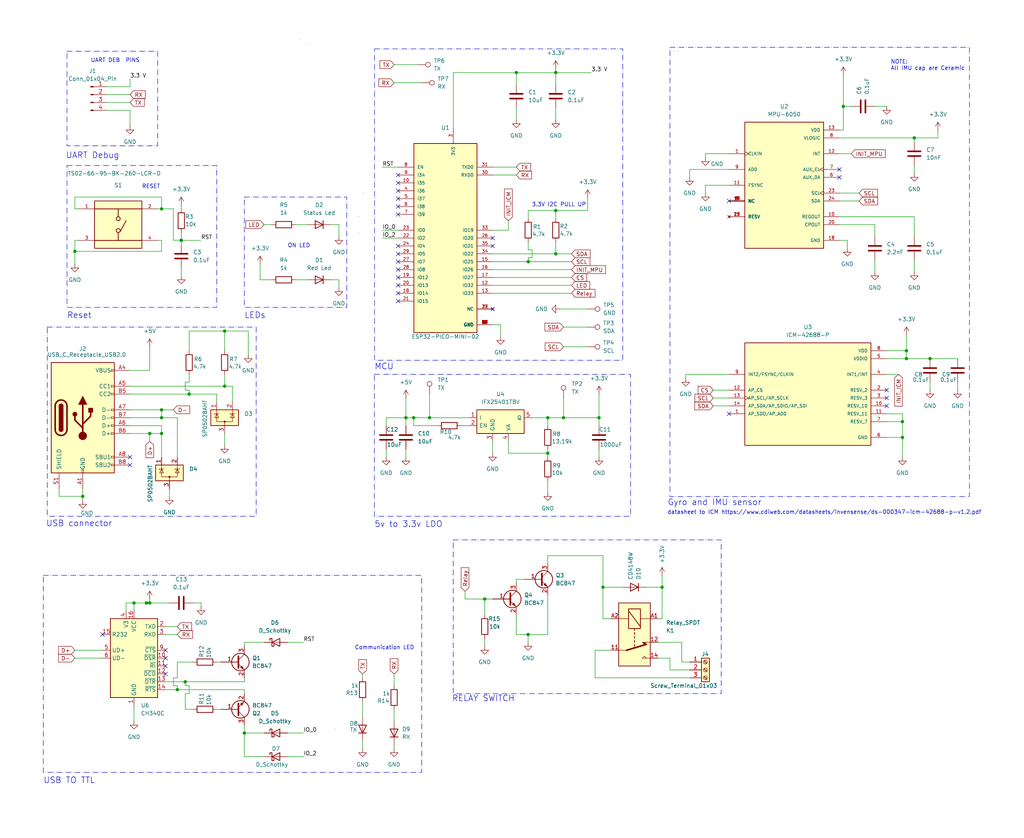
<source format=kicad_sch>
(kicad_sch (version 20230121) (generator eeschema)
  (paper "User" 329.997 270.002)
  (lib_symbols
    (symbol "Connector:Conn_01x04_Pin" (pin_names (offset 1.016) hide)
      (property "Reference" "J" (at 0 5.08 0))
      (property "Value" "Conn_01x04_Pin" (at 0 -7.62 0))
      (symbol "Conn_01x04_Pin_1_1"
        (pin passive line (at 5.08 2.54 180) (length 3.81) (name "Pin_1") (number "1"))
        (pin passive line (at 5.08 0 180) (length 3.81) (name "Pin_2") (number "2"))
        (pin passive line (at 5.08 -2.54 180) (length 3.81) (name "Pin_3") (number "3"))
        (pin passive line (at 5.08 -5.08 180) (length 3.81) (name "Pin_4") (number "4"))
      )
    )
    (symbol "Connector:Screw_Terminal_01x03" (pin_names (offset 1.016) hide)
      (property "Reference" "J" (at 0 5.08 0))
      (property "Value" "Screw_Terminal_01x03" (at 0 -5.08 0))
      (symbol "Screw_Terminal_01x03_1_1"
        (pin passive line (at -5.08 2.54 0) (length 3.81) (name "Pin_1") (number "1"))
        (pin passive line (at -5.08 0 0) (length 3.81) (name "Pin_2") (number "2"))
        (pin passive line (at -5.08 -2.54 0) (length 3.81) (name "Pin_3") (number "3"))
      )
    )
    (symbol "Connector:TestPoint" (pin_numbers hide) (pin_names (offset 0.762) hide)
      (property "Reference" "TP" (at 0 6.858 0))
      (property "Value" "TestPoint" (at 0 5.08 0))
      (symbol "TestPoint_1_1"
        (pin passive line (at 0 0 90) (length 2.54) (name "1") (number "1"))
      )
    )
    (symbol "Connector:USB_C_Receptacle_USB2.0" (pin_names (offset 1.016))
      (property "Reference" "J" (at -10.16 19.05 0))
      (property "Value" "USB_C_Receptacle_USB2.0" (at 19.05 19.05 0))
      (symbol "USB_C_Receptacle_USB2.0_1_1"
        (pin passive line (at 0 -22.86 90) (length 5.08) (name "GND") (number "A1"))
        (pin passive line (at 0 -22.86 90) (length 5.08) hide (name "GND") (number "A12"))
        (pin passive line (at 15.24 15.24 180) (length 5.08) (name "VBUS") (number "A4"))
        (pin bidirectional line (at 15.24 10.16 180) (length 5.08) (name "CC1") (number "A5"))
        (pin bidirectional line (at 15.24 -2.54 180) (length 5.08) (name "D+") (number "A6"))
        (pin bidirectional line (at 15.24 2.54 180) (length 5.08) (name "D-") (number "A7"))
        (pin bidirectional line (at 15.24 -12.7 180) (length 5.08) (name "SBU1") (number "A8"))
        (pin passive line (at 15.24 15.24 180) (length 5.08) hide (name "VBUS") (number "A9"))
        (pin passive line (at 0 -22.86 90) (length 5.08) hide (name "GND") (number "B1"))
        (pin passive line (at 0 -22.86 90) (length 5.08) hide (name "GND") (number "B12"))
        (pin passive line (at 15.24 15.24 180) (length 5.08) hide (name "VBUS") (number "B4"))
        (pin bidirectional line (at 15.24 7.62 180) (length 5.08) (name "CC2") (number "B5"))
        (pin bidirectional line (at 15.24 -5.08 180) (length 5.08) (name "D+") (number "B6"))
        (pin bidirectional line (at 15.24 0 180) (length 5.08) (name "D-") (number "B7"))
        (pin bidirectional line (at 15.24 -15.24 180) (length 5.08) (name "SBU2") (number "B8"))
        (pin passive line (at 15.24 15.24 180) (length 5.08) hide (name "VBUS") (number "B9"))
        (pin passive line (at -7.62 -22.86 90) (length 5.08) (name "SHIELD") (number "S1"))
      )
    )
    (symbol "Device:C" (pin_numbers hide) (pin_names (offset 0.254))
      (property "Reference" "C" (at 0.635 2.54 0))
      (property "Value" "C" (at 0.635 -2.54 0))
      (symbol "C_1_1"
        (pin passive line (at 0 3.81 270) (length 2.794) (name "~") (number "1"))
        (pin passive line (at 0 -3.81 90) (length 2.794) (name "~") (number "2"))
      )
    )
    (symbol "Device:D" (pin_numbers hide) (pin_names (offset 1.016) hide)
      (property "Reference" "D" (at 0 2.54 0))
      (property "Value" "D" (at 0 -2.54 0))
      (symbol "D_1_1"
        (pin passive line (at -3.81 0 0) (length 2.54) (name "K") (number "1"))
        (pin passive line (at 3.81 0 180) (length 2.54) (name "A") (number "2"))
      )
    )
    (symbol "Device:D_Schottky" (pin_numbers hide) (pin_names (offset 1.016) hide)
      (property "Reference" "D" (at 0 2.54 0))
      (property "Value" "D_Schottky" (at 0 -2.54 0))
      (symbol "D_Schottky_1_1"
        (pin passive line (at -3.81 0 0) (length 2.54) (name "K") (number "1"))
        (pin passive line (at 3.81 0 180) (length 2.54) (name "A") (number "2"))
      )
    )
    (symbol "Device:R" (pin_numbers hide) (pin_names (offset 0))
      (property "Reference" "R" (at 2.032 0 90))
      (property "Value" "R" (at 0 0 90))
      (symbol "R_1_1"
        (pin passive line (at 0 3.81 270) (length 1.27) (name "~") (number "1"))
        (pin passive line (at 0 -3.81 90) (length 1.27) (name "~") (number "2"))
      )
    )
    (symbol "Diode:CD4148W" (pin_numbers hide) (pin_names hide)
      (property "Reference" "D" (at 0 2.54 0))
      (property "Value" "CD4148W" (at 0 -2.54 0))
      (symbol "CD4148W_1_1"
        (pin passive line (at -3.81 0 0) (length 2.54) (name "K") (number "1"))
        (pin passive line (at 3.81 0 180) (length 2.54) (name "A") (number "2"))
      )
    )
    (symbol "Interface_USB:CH340C"
      (property "Reference" "U" (at -5.08 13.97 0))
      (property "Value" "CH340C" (at 1.27 13.97 0))
      (symbol "CH340C_1_1"
        (pin power_in line (at 0 -15.24 90) (length 2.54) (name "GND") (number "1"))
        (pin input line (at 10.16 0 180) (length 2.54) (name "~{DSR}") (number "10"))
        (pin input line (at 10.16 -2.54 180) (length 2.54) (name "~{RI}") (number "11"))
        (pin input line (at 10.16 -5.08 180) (length 2.54) (name "~{DCD}") (number "12"))
        (pin output line (at 10.16 -7.62 180) (length 2.54) (name "~{DTR}") (number "13"))
        (pin output line (at 10.16 -10.16 180) (length 2.54) (name "~{RTS}") (number "14"))
        (pin input line (at -10.16 7.62 0) (length 2.54) (name "R232") (number "15"))
        (pin power_in line (at 0 15.24 270) (length 2.54) (name "VCC") (number "16"))
        (pin output line (at 10.16 10.16 180) (length 2.54) (name "TXD") (number "2"))
        (pin input line (at 10.16 7.62 180) (length 2.54) (name "RXD") (number "3"))
        (pin passive line (at -2.54 15.24 270) (length 2.54) (name "V3") (number "4"))
        (pin bidirectional line (at -10.16 2.54 0) (length 2.54) (name "UD+") (number "5"))
        (pin bidirectional line (at -10.16 0 0) (length 2.54) (name "UD-") (number "6"))
        (pin no_connect line (at -7.62 -7.62 0) (length 2.54) hide (name "NC") (number "7"))
        (pin no_connect line (at -7.62 -10.16 0) (length 2.54) hide (name "NC") (number "8"))
        (pin input line (at 10.16 2.54 180) (length 2.54) (name "~{CTS}") (number "9"))
      )
    )
    (symbol "Power_Protection:SP0502BAHT" (pin_names hide)
      (property "Reference" "D" (at 5.715 2.54 0))
      (property "Value" "SP0502BAHT" (at 5.715 0.635 0))
      (symbol "SP0502BAHT_0_0"
        (pin passive line (at 0 -5.08 90) (length 2.54) (name "A") (number "3"))
      )
      (symbol "SP0502BAHT_1_1"
        (pin passive line (at -2.54 5.08 270) (length 2.54) (name "K") (number "1"))
        (pin passive line (at 2.54 5.08 270) (length 2.54) (name "K") (number "2"))
      )
    )
    (symbol "Regulator_Linear:IFX25401TBV" (pin_names (offset 0.762))
      (property "Reference" "U" (at 0 6.35 0))
      (property "Value" "IFX25401TBV" (at 0 3.81 0))
      (symbol "IFX25401TBV_1_1"
        (pin power_in line (at -10.16 0 0) (length 2.54) (name "I") (number "1"))
        (pin input line (at -10.16 -2.54 0) (length 2.54) (name "EN") (number "2"))
        (pin power_in line (at -2.54 -7.62 90) (length 2.54) (name "GND") (number "3"))
        (pin input line (at 2.54 -7.62 90) (length 2.54) (name "VA") (number "4"))
        (pin power_out line (at 10.16 0 180) (length 2.54) (name "Q") (number "5"))
      )
    )
    (symbol "Relay:Relay_SPDT"
      (property "Reference" "K" (at 11.43 3.81 0))
      (property "Value" "Relay_SPDT" (at 11.43 1.27 0))
      (symbol "Relay_SPDT_1_1"
        (pin passive line (at 5.08 -7.62 90) (length 2.54) (name "~") (number "11"))
        (pin passive line (at 2.54 7.62 270) (length 2.54) (name "~") (number "12"))
        (pin passive line (at 7.62 7.62 270) (length 2.54) (name "~") (number "14"))
        (pin passive line (at -5.08 7.62 270) (length 2.54) (name "~") (number "A1"))
        (pin passive line (at -5.08 -7.62 90) (length 2.54) (name "~") (number "A2"))
      )
    )
    (symbol "Transistor_BJT:BC847" (pin_names (offset 0) hide)
      (property "Reference" "Q" (at 5.08 1.905 0))
      (property "Value" "BC847" (at 5.08 0 0))
      (symbol "BC847_1_1"
        (pin input line (at -5.08 0 0) (length 5.715) (name "B") (number "1"))
        (pin passive line (at 2.54 -5.08 90) (length 2.54) (name "E") (number "2"))
        (pin passive line (at 2.54 5.08 270) (length 2.54) (name "C") (number "3"))
      )
    )
    (symbol "button:TS02-66-95-BK-260-LCR-D" (pin_names (offset 1.016))
      (property "Reference" "S" (at -7.62 8.382 0))
      (property "Value" "TS02-66-95-BK-260-LCR-D" (at -7.62 -8.382 0))
      (symbol "TS02-66-95-BK-260-LCR-D_0_0"
        (pin passive line (at -12.7 5.08 0) (length 5.08) (name "~") (number "1"))
        (pin passive line (at 12.7 5.08 180) (length 5.08) (name "~") (number "2"))
        (pin passive line (at -12.7 -5.08 0) (length 5.08) (name "~") (number "3"))
        (pin passive line (at 12.7 -5.08 180) (length 5.08) (name "~") (number "4"))
      )
    )
    (symbol "esp32 pico:ESP32-PICO-MINI-02" (pin_names (offset 1.016))
      (property "Reference" "U1" (at 0 35.56 0))
      (property "Value" "ESP32-PICO-MINI-02" (at 0 -31.75 0))
      (symbol "ESP32-PICO-MINI-02_0_0"
        (pin input line (at -15.24 17.78 0) (length 5.08) (name "I35") (number "10"))
        (pin power_in line (at 15.24 -27.94 180) (length 5.08) (name "GND") (number "11"))
        (pin bidirectional line (at 15.24 -15.24 180) (length 5.08) (name "IO32") (number "12"))
        (pin bidirectional line (at 15.24 -17.78 180) (length 5.08) (name "IO33") (number "13"))
        (pin power_in line (at 15.24 -27.94 180) (length 5.08) (name "GND") (number "14"))
        (pin bidirectional line (at 15.24 -7.62 180) (length 5.08) (name "IO25") (number "15"))
        (pin bidirectional line (at 15.24 -10.16 180) (length 5.08) (name "IO26") (number "16"))
        (pin bidirectional line (at 15.24 -12.7 180) (length 5.08) (name "IO27") (number "17"))
        (pin bidirectional line (at -15.24 -17.78 0) (length 5.08) (name "IO14") (number "18"))
        (pin bidirectional line (at -15.24 -12.7 0) (length 5.08) (name "IO12") (number "19"))
        (pin power_in line (at 15.24 -27.94 180) (length 5.08) (name "GND") (number "2"))
        (pin bidirectional line (at -15.24 -15.24 0) (length 5.08) (name "IO13") (number "20"))
        (pin bidirectional line (at -15.24 -20.32 0) (length 5.08) (name "IO15") (number "21"))
        (pin bidirectional line (at -15.24 0 0) (length 5.08) (name "IO2") (number "22"))
        (pin bidirectional line (at -15.24 2.54 0) (length 5.08) (name "IO0") (number "23"))
        (pin bidirectional line (at -15.24 -2.54 0) (length 5.08) (name "IO4") (number "24"))
        (pin no_connect line (at 15.24 -22.86 180) (length 5.08) (name "NC") (number "25"))
        (pin bidirectional line (at 15.24 0 180) (length 5.08) (name "IO20") (number "26"))
        (pin bidirectional line (at -15.24 -7.62 0) (length 5.08) (name "IO7") (number "27"))
        (pin bidirectional line (at -15.24 -10.16 0) (length 5.08) (name "IO8") (number "28"))
        (pin bidirectional line (at -15.24 -5.08 0) (length 5.08) (name "IO5") (number "29"))
        (pin power_in line (at 2.54 35.56 270) (length 5.08) (name "3V3") (number "3"))
        (pin bidirectional line (at 15.24 20.32 180) (length 5.08) (name "RXD0") (number "30"))
        (pin bidirectional line (at 15.24 22.86 180) (length 5.08) (name "TXD0") (number "31"))
        (pin no_connect line (at 15.24 -22.86 180) (length 5.08) (name "NC") (number "32"))
        (pin bidirectional line (at 15.24 2.54 180) (length 5.08) (name "IO19") (number "33"))
        (pin bidirectional line (at 15.24 -5.08 180) (length 5.08) (name "IO22") (number "34"))
        (pin bidirectional line (at 15.24 -2.54 180) (length 5.08) (name "IO21") (number "35"))
        (pin power_in line (at 15.24 -27.94 180) (length 5.08) (name "GND") (number "36"))
        (pin power_in line (at 15.24 -27.94 180) (length 5.08) (name "GND") (number "37"))
        (pin power_in line (at 15.24 -27.94 180) (length 5.08) (name "GND") (number "38"))
        (pin power_in line (at 15.24 -27.94 180) (length 5.08) (name "GND") (number "39"))
        (pin input line (at -15.24 15.24 0) (length 5.08) (name "I36") (number "4"))
        (pin power_in line (at 15.24 -27.94 180) (length 5.08) (name "GND") (number "40"))
        (pin power_in line (at 15.24 -27.94 180) (length 5.08) (name "GND") (number "41"))
        (pin power_in line (at 15.24 -27.94 180) (length 5.08) (name "GND") (number "42"))
        (pin power_in line (at 15.24 -27.94 180) (length 5.08) (name "GND") (number "43"))
        (pin power_in line (at 15.24 -27.94 180) (length 5.08) (name "GND") (number "44"))
        (pin power_in line (at 15.24 -27.94 180) (length 5.08) (name "GND") (number "45"))
        (pin power_in line (at 15.24 -27.94 180) (length 5.08) (name "GND") (number "46"))
        (pin power_in line (at 15.24 -27.94 180) (length 5.08) (name "GND") (number "47"))
        (pin power_in line (at 15.24 -27.94 180) (length 5.08) (name "GND") (number "48"))
        (pin power_in line (at 15.24 -27.94 180) (length 5.08) (name "GND") (number "49"))
        (pin input line (at -15.24 12.7 0) (length 5.08) (name "I37") (number "5"))
        (pin power_in line (at 15.24 -27.94 180) (length 5.08) (name "GND") (number "50"))
        (pin power_in line (at 15.24 -27.94 180) (length 5.08) (name "GND") (number "51"))
        (pin power_in line (at 15.24 -27.94 180) (length 5.08) (name "GND") (number "52"))
        (pin power_in line (at 15.24 -27.94 180) (length 5.08) (name "GND") (number "53"))
        (pin power_in line (at 15.24 -27.94 180) (length 5.08) (name "GND") (number "54"))
        (pin power_in line (at 15.24 -27.94 180) (length 5.08) (name "GND") (number "55"))
        (pin power_in line (at 15.24 -27.94 180) (length 5.08) (name "GND") (number "56"))
        (pin power_in line (at 15.24 -27.94 180) (length 5.08) (name "GND") (number "57"))
        (pin power_in line (at 15.24 -27.94 180) (length 5.08) (name "GND") (number "58"))
        (pin power_in line (at 15.24 -27.94 180) (length 5.08) (name "GND") (number "59"))
        (pin input line (at -15.24 10.16 0) (length 5.08) (name "I38") (number "6"))
        (pin power_in line (at 15.24 -27.94 180) (length 5.08) (name "GND") (number "60"))
        (pin power_in line (at 15.24 -27.94 180) (length 5.08) (name "GND") (number "61"))
        (pin input line (at -15.24 7.62 0) (length 5.08) (name "I39") (number "7"))
        (pin input line (at -15.24 22.86 0) (length 5.08) (name "EN") (number "8"))
        (pin input line (at -15.24 20.32 0) (length 5.08) (name "I34") (number "9"))
      )
      (symbol "ESP32-PICO-MINI-02_1_0"
        (pin power_in line (at 15.24 -27.94 180) (length 5.08) (name "GND") (number "1"))
      )
    )
    (symbol "gyro:ICM-42688-P" (pin_names (offset 1.016))
      (property "Reference" "U" (at -20.32 16.002 0))
      (property "Value" "ICM-42688-P" (at -20.32 -20.32 0))
      (symbol "ICM-42688-P_0_0"
        (pin bidirectional line (at -25.4 -7.62 0) (length 5.08) (name "AP_SDO/AP_AD0") (number "1"))
        (pin passive line (at 25.4 -5.08 180) (length 5.08) (name "RESV_10") (number "10"))
        (pin passive line (at 25.4 -7.62 180) (length 5.08) (name "RESV_11") (number "11"))
        (pin input line (at -25.4 0 0) (length 5.08) (name "AP_CS") (number "12"))
        (pin input clock (at -25.4 -2.54 0) (length 5.08) (name "AP_SCL/AP_SCLK") (number "13"))
        (pin bidirectional line (at -25.4 -5.08 0) (length 5.08) (name "AP_SDA/AP_SDIO/AP_SDI") (number "14"))
        (pin passive line (at 25.4 0 180) (length 5.08) (name "RESV_2") (number "2"))
        (pin passive line (at 25.4 -2.54 180) (length 5.08) (name "RESV_3") (number "3"))
        (pin output line (at 25.4 5.08 180) (length 5.08) (name "INT1/INT") (number "4"))
        (pin power_in line (at 25.4 10.16 180) (length 5.08) (name "VDDIO") (number "5"))
        (pin power_in line (at 25.4 -15.24 180) (length 5.08) (name "GND") (number "6"))
        (pin passive line (at 25.4 -10.16 180) (length 5.08) (name "RESV_7") (number "7"))
        (pin power_in line (at 25.4 12.7 180) (length 5.08) (name "VDD") (number "8"))
        (pin bidirectional line (at -25.4 5.08 0) (length 5.08) (name "INT2/FSYNC/CLKIN") (number "9"))
      )
    )
    (symbol "mpu6050:MPU-6050" (pin_names (offset 1.016))
      (property "Reference" "U" (at -12.7 21.082 0))
      (property "Value" "MPU-6050" (at -12.7 -22.86 0))
      (symbol "MPU-6050_0_0"
        (pin input clock (at -17.78 10.16 0) (length 5.08) (name "CLKIN") (number "1"))
        (pin passive line (at 17.78 -10.16 180) (length 5.08) (name "REGOUT") (number "10"))
        (pin input line (at -17.78 0 0) (length 5.08) (name "FSYNC") (number "11"))
        (pin output line (at 17.78 10.16 180) (length 5.08) (name "INT") (number "12"))
        (pin power_in line (at 17.78 17.78 180) (length 5.08) (name "VDD") (number "13"))
        (pin passive line (at -17.78 -5.08 0) (length 5.08) (name "NC") (number "14"))
        (pin passive line (at -17.78 -5.08 0) (length 5.08) (name "NC") (number "15"))
        (pin passive line (at -17.78 -5.08 0) (length 5.08) (name "NC") (number "16"))
        (pin passive line (at -17.78 -5.08 0) (length 5.08) (name "NC") (number "17"))
        (pin power_in line (at 17.78 -17.78 180) (length 5.08) (name "GND") (number "18"))
        (pin no_connect line (at -17.78 -10.16 0) (length 5.08) (name "RESV") (number "19"))
        (pin passive line (at -17.78 -5.08 0) (length 5.08) (name "NC") (number "2"))
        (pin passive line (at 17.78 -12.7 180) (length 5.08) (name "CPOUT") (number "20"))
        (pin no_connect line (at -17.78 -10.16 0) (length 5.08) (name "RESV") (number "21"))
        (pin no_connect line (at -17.78 -10.16 0) (length 5.08) (name "RESV") (number "22"))
        (pin input clock (at 17.78 -2.54 180) (length 5.08) (name "SCL") (number "23"))
        (pin bidirectional line (at 17.78 -5.08 180) (length 5.08) (name "SDA") (number "24"))
        (pin passive line (at -17.78 -5.08 0) (length 5.08) (name "NC") (number "3"))
        (pin passive line (at -17.78 -5.08 0) (length 5.08) (name "NC") (number "4"))
        (pin passive line (at -17.78 -5.08 0) (length 5.08) (name "NC") (number "5"))
        (pin bidirectional line (at 17.78 2.54 180) (length 5.08) (name "AUX_DA") (number "6"))
        (pin output clock (at 17.78 5.08 180) (length 5.08) (name "AUX_CL") (number "7"))
        (pin power_in line (at 17.78 15.24 180) (length 5.08) (name "VLOGIC") (number "8"))
        (pin input line (at -17.78 5.08 0) (length 5.08) (name "AD0") (number "9"))
      )
    )
    (symbol "power:+3.3V" (power) (pin_names (offset 0))
      (property "Value" "+3.3V" (at 0 3.556 0))
      (symbol "+3.3V_1_1"
        (pin power_in line (at 0 0 90) (length 0) hide (name "+3.3V") (number "1"))
      )
    )
    (symbol "power:+5V" (power) (pin_names (offset 0))
      (property "Value" "+5V" (at 0 3.556 0))
      (symbol "+5V_1_1"
        (pin power_in line (at 0 0 90) (length 0) hide (name "+5V") (number "1"))
      )
    )
    (symbol "power:GND" (power) (pin_names (offset 0))
      (property "Value" "GND" (at 0 -3.81 0))
      (symbol "GND_1_1"
        (pin power_in line (at 0 0 270) (length 0) hide (name "GND") (number "1"))
      )
    )
  )
  (junction (at 290.83 135.89))
  (junction (at 176.53 134.62))
  (junction (at 133.3023 134.62))
  (junction (at 57.15 222.25))
  (junction (at 299.72 115.57))
  (junction (at 193.04 134.62))
  (junction (at 48.26 139.7))
  (junction (at 179.1073 67.8314))
  (junction (at 181.61 134.62))
  (junction (at 138.43 134.62))
  (junction (at 290.83 140.97))
  (junction (at 271.78 34.29))
  (junction (at 52.07 139.7))
  (junction (at 24.13 81.0015))
  (junction (at 72.39 124.46))
  (junction (at 72.39 106.68))
  (junction (at 179.1073 23.3814))
  (junction (at 47.2304 194.31))
  (junction (at 78.74 236.22))
  (junction (at 156.21 193.04))
  (junction (at 176.53 146.05))
  (junction (at 213.36 189.23))
  (junction (at 59.69 219.71))
  (junction (at 170.2424 84.3414))
  (junction (at 170.18 204.47))
  (junction (at 166.4073 23.3814))
  (junction (at 43.18 194.31))
  (junction (at 26.67 159.9615))
  (junction (at 52.07 132.08))
  (junction (at 179.1073 81.8014))
  (junction (at 130.81 134.62))
  (junction (at 52.07 67.31))
  (junction (at 194.31 189.23))
  (junction (at 48.26 194.31))
  (junction (at 294.64 44.45))
  (junction (at 47.2304 194.3101))
  (junction (at 292.1 113.03))
  (junction (at 52.07 134.62))
  (junction (at 60.96 127))
  (junction (at 292.1 115.57))
  (junction (at 58.42 77.47))
  (junction (at 58.42 77.4081))
  (no_connect (at 128.3073 97.0414))
  (no_connect (at 285.75 128.27))
  (no_connect (at 270.51 54.61))
  (no_connect (at 128.3073 89.4214))
  (no_connect (at 234.95 64.77))
  (no_connect (at 128.3073 81.8014))
  (no_connect (at 158.7873 79.2614))
  (no_connect (at 41.91 149.86))
  (no_connect (at 33.02 204.47))
  (no_connect (at 128.3073 94.5014))
  (no_connect (at 234.95 133.35))
  (no_connect (at 285.75 125.73))
  (no_connect (at 128.3073 69.1014))
  (no_connect (at 128.3073 64.0214))
  (no_connect (at 128.3073 56.4014))
  (no_connect (at 158.7873 76.7214))
  (no_connect (at 158.7873 99.5814))
  (no_connect (at 53.34 214.63))
  (no_connect (at 128.3073 86.8814))
  (no_connect (at 285.75 130.81))
  (no_connect (at 53.34 217.17))
  (no_connect (at 128.3073 91.9614))
  (no_connect (at 53.34 209.55))
  (no_connect (at 128.3073 66.5614))
  (no_connect (at 128.3073 61.4814))
  (no_connect (at 41.91 147.32))
  (no_connect (at 128.3073 84.3414))
  (no_connect (at 128.3073 58.9414))
  (no_connect (at 270.51 57.15))
  (no_connect (at 128.3073 79.2614))
  (no_connect (at 53.34 212.09))
  (wire (pts (xy 163.83 71.12) (xy 163.83 74.1814)))
  (wire (pts (xy 158.7873 56.4014) (xy 166.4073 56.4014)))
  (wire (pts (xy 270.51 72.39) (xy 281.94 72.39)))
  (wire (pts (xy 181.61 134.62) (xy 193.04 134.62)))
  (wire (pts (xy 270.51 49.53) (xy 274.32 49.53)))
  (wire (pts (xy 72.39 139.7) (xy 72.39 143.51)))
  (wire (pts (xy 222.25 57.15) (xy 222.25 54.61)))
  (wire (pts (xy 294.64 44.45) (xy 302.26 44.45)))
  (wire (pts (xy 41.91 124.46) (xy 72.39 124.46)))
  (wire (pts (xy 176.53 181.61) (xy 176.53 179.07)))
  (wire (pts (xy 55.88 220.98) (xy 57.15 220.98)))
  (wire (pts (xy 212.09 207.01) (xy 219.71 207.01)))
  (wire (pts (xy 116.84 241.3001) (xy 116.8577 241.3001)))
  (wire (pts (xy 24.13 209.55) (xy 33.02 209.55)))
  (wire (pts (xy 171.4873 83.0714) (xy 170.2424 83.0714)))
  (wire (pts (xy 58.42 77.47) (xy 64.77 77.47)))
  (wire (pts (xy 24.13 77.47) (xy 24.13 81.0015)))
  (wire (pts (xy 53.34 201.93) (xy 57.15 201.93)))
  (wire (pts (xy 52.07 81.0015) (xy 24.13 81.0015)))
  (wire (pts (xy 148.59 137.16) (xy 151.13 137.16)))
  (wire (pts (xy 270.51 41.91) (xy 271.78 41.91)))
  (wire (pts (xy 179.1073 34.8114) (xy 179.1073 38.6214)))
  (wire (pts (xy 124.46 137.16) (xy 124.46 134.62)))
  (wire (pts (xy 72.39 106.68) (xy 80.01 106.68)))
  (wire (pts (xy 62.2477 194.3101) (xy 64.7877 194.3101)))
  (wire (pts (xy 109.22 90.17) (xy 109.22 92.71)))
  (wire (pts (xy 213.36 189.23) (xy 213.36 199.39)))
  (wire (pts (xy 270.51 44.45) (xy 294.64 44.45)))
  (wire (pts (xy 294.64 76.2) (xy 294.64 69.85)))
  (wire (pts (xy 133.3023 134.62) (xy 138.43 134.62)))
  (wire (pts (xy 271.78 34.29) (xy 274.32 34.29)))
  (wire (pts (xy 52.07 137.16) (xy 52.07 139.7)))
  (wire (pts (xy 179.1073 77.9914) (xy 179.1073 81.8014)))
  (wire (pts (xy 285.75 133.35) (xy 290.83 133.35)))
  (wire (pts (xy 54.61 157.48) (xy 54.61 160.02)))
  (wire (pts (xy 54.6277 194.3101) (xy 47.2304 194.3101)))
  (wire (pts (xy 285.75 113.03) (xy 292.1 113.03)))
  (wire (pts (xy 270.51 64.77) (xy 276.86 64.77)))
  (wire (pts (xy 166.4073 27.1914) (xy 166.4073 23.3814)))
  (wire (pts (xy 292.1 115.57) (xy 299.72 115.57)))
  (wire (pts (xy 59.69 123.19) (xy 59.69 125.73)))
  (wire (pts (xy 92.71 207.01) (xy 97.79 207.01)))
  (wire (pts (xy 193.04 134.62) (xy 193.04 137.16)))
  (wire (pts (xy 229.87 128.27) (xy 234.95 128.27)))
  (wire (pts (xy 60.96 127) (xy 69.85 127)))
  (wire (pts (xy 193.04 127) (xy 193.04 134.62)))
  (wire (pts (xy 179.1073 22.1114) (xy 179.1073 23.3814)))
  (wire (pts (xy 219.71 213.36) (xy 222.25 213.36)))
  (wire (pts (xy 308.61 123.19) (xy 308.61 125.73)))
  (wire (pts (xy 116.84 226.06) (xy 116.84 231.14)))
  (wire (pts (xy 176.53 134.62) (xy 176.53 137.16)))
  (wire (pts (xy 41.91 25.4) (xy 41.91 27.94)))
  (wire (pts (xy 78.74 243.84) (xy 85.09 243.84)))
  (wire (pts (xy 294.64 69.85) (xy 270.51 69.85)))
  (wire (pts (xy 60.96 123.19) (xy 59.69 123.19)))
  (wire (pts (xy 83.82 90.17) (xy 87.63 90.17)))
  (wire (pts (xy 163.83 142.24) (xy 163.83 146.05)))
  (wire (pts (xy 200.66 189.23) (xy 194.31 189.23)))
  (wire (pts (xy 116.84 238.76) (xy 116.84 241.3001)))
  (wire (pts (xy 48.26 139.7) (xy 52.07 139.7)))
  (wire (pts (xy 57.15 220.98) (xy 57.15 222.25)))
  (wire (pts (xy 158.75 142.24) (xy 158.75 146.05)))
  (wire (pts (xy 227.33 59.69) (xy 234.95 59.69)))
  (wire (pts (xy 292.1 115.57) (xy 292.1 113.03)))
  (wire (pts (xy 95.25 90.17) (xy 99.06 90.17)))
  (wire (pts (xy 95.25 72.39) (xy 99.06 72.39)))
  (wire (pts (xy 176.53 191.77) (xy 176.53 204.47)))
  (wire (pts (xy 138.43 134.62) (xy 151.13 134.62)))
  (wire (pts (xy 215.9 215.9) (xy 222.25 215.9)))
  (wire (pts (xy 158.7873 104.6614) (xy 161.3273 104.6614)))
  (wire (pts (xy 47.2304 194.31) (xy 48.26 194.31)))
  (wire (pts (xy 124.46 144.78) (xy 124.46 147.32)))
  (wire (pts (xy 60.96 223.52) (xy 60.96 220.98)))
  (wire (pts (xy 302.26 41.91) (xy 302.26 44.45)))
  (wire (pts (xy 92.71 236.22) (xy 97.79 236.22)))
  (wire (pts (xy 127 228.6) (xy 127 232.41)))
  (wire (pts (xy 109.22 72.39) (xy 109.22 76.2)))
  (wire (pts (xy 166.37 186.69) (xy 168.91 186.69)))
  (wire (pts (xy 166.4073 23.3814) (xy 179.1073 23.3814)))
  (wire (pts (xy 127 240.03) (xy 127 241.3)))
  (wire (pts (xy 196.85 209.55) (xy 191.77 209.55)))
  (wire (pts (xy 74.93 124.46) (xy 74.93 129.54)))
  (wire (pts (xy 281.94 83.82) (xy 281.94 87.63)))
  (wire (pts (xy 78.74 208.28) (xy 78.74 207.01)))
  (wire (pts (xy 52.07 132.08) (xy 52.07 134.62)))
  (wire (pts (xy 213.36 189.23) (xy 208.28 189.23)))
  (wire (pts (xy 170.2173 80.5314) (xy 171.4873 80.5314)))
  (wire (pts (xy 163.83 146.05) (xy 176.53 146.05)))
  (wire (pts (xy 41.91 139.7) (xy 48.26 139.7)))
  (wire (pts (xy 72.39 106.68) (xy 72.39 113.03)))
  (wire (pts (xy 60.96 125.73) (xy 60.96 127)))
  (wire (pts (xy 227.33 49.53) (xy 234.95 49.53)))
  (wire (pts (xy 55.88 67.31) (xy 55.88 77.4081)))
  (wire (pts (xy 43.18 194.31) (xy 47.2304 194.31)))
  (wire (pts (xy 24.13 63.5) (xy 52.07 63.5)))
  (wire (pts (xy 40.64 194.31) (xy 43.18 194.31)))
  (wire (pts (xy 78.74 223.52) (xy 78.74 222.25)))
  (wire (pts (xy 69.85 127) (xy 69.85 129.54)))
  (wire (pts (xy 292.1 113.03) (xy 292.1 107.95)))
  (wire (pts (xy 179.1073 23.3814) (xy 190.5373 23.3814)))
  (wire (pts (xy 41.91 134.62) (xy 52.07 134.62)))
  (wire (pts (xy 60.96 113.03) (xy 60.96 106.68)))
  (wire (pts (xy 138.43 127) (xy 138.43 134.62)))
  (wire (pts (xy 156.21 198.12) (xy 156.21 193.04)))
  (wire (pts (xy 52.07 67.31) (xy 55.88 67.31)))
  (wire (pts (xy 191.77 218.44) (xy 222.25 218.44)))
  (wire (pts (xy 158.7873 81.8014) (xy 179.1073 81.8014)))
  (wire (pts (xy 127 217.17) (xy 127 220.98)))
  (wire (pts (xy 116.84 217.1701) (xy 116.8577 217.1701)))
  (wire (pts (xy 194.31 179.07) (xy 194.31 189.23)))
  (wire (pts (xy 166.4073 34.8114) (xy 166.4073 38.6214)))
  (wire (pts (xy 179.1073 67.8314) (xy 179.1073 70.3714)))
  (wire (pts (xy 57.15 213.36) (xy 57.15 218.44)))
  (wire (pts (xy 123.2273 76.7214) (xy 128.3073 76.7214)))
  (wire (pts (xy 41.91 137.16) (xy 52.07 137.16)))
  (wire (pts (xy 59.69 219.71) (xy 59.69 220.98)))
  (wire (pts (xy 64.7877 194.3101) (xy 64.7877 195.5801)))
  (wire (pts (xy 290.83 133.35) (xy 290.83 135.89)))
  (wire (pts (xy 294.64 53.34) (xy 294.64 55.88)))
  (wire (pts (xy 220.98 120.65) (xy 220.98 121.92)))
  (wire (pts (xy 59.69 228.6) (xy 59.69 223.52)))
  (wire (pts (xy 127 26.67) (xy 135.89 26.67)))
  (wire (pts (xy 78.74 236.22) (xy 78.74 243.84)))
  (wire (pts (xy 34.29 33.02) (xy 41.91 33.02)))
  (wire (pts (xy 48.26 139.7) (xy 48.26 142.24)))
  (wire (pts (xy 25.4 67.31) (xy 24.13 67.31)))
  (wire (pts (xy 59.69 125.73) (xy 60.96 125.73)))
  (wire (pts (xy 58.42 74.93) (xy 58.42 77.4081)))
  (wire (pts (xy 146.0873 41.1614) (xy 146.0873 23.3814)))
  (wire (pts (xy 166.37 198.12) (xy 166.37 204.47)))
  (wire (pts (xy 171.4873 80.5314) (xy 171.4873 83.0714)))
  (wire (pts (xy 196.85 199.39) (xy 194.31 199.39)))
  (wire (pts (xy 53.34 219.71) (xy 59.69 219.71)))
  (wire (pts (xy 213.36 199.39) (xy 212.09 199.39)))
  (wire (pts (xy 176.53 179.07) (xy 194.31 179.07)))
  (wire (pts (xy 299.72 123.19) (xy 299.72 125.73)))
  (wire (pts (xy 85.09 72.39) (xy 87.63 72.39)))
  (wire (pts (xy 78.74 218.44) (xy 78.74 219.71)))
  (wire (pts (xy 52.07 139.7) (xy 52.07 147.32)))
  (wire (pts (xy 127.0373 20.8414) (xy 134.6573 20.8414)))
  (wire (pts (xy 123.2273 53.8614) (xy 128.3073 53.8614)))
  (wire (pts (xy 181.61 111.76) (xy 189.23 111.76)))
  (wire (pts (xy 156.21 205.74) (xy 156.21 208.28)))
  (wire (pts (xy 59.69 223.52) (xy 60.96 223.52)))
  (wire (pts (xy 57.15 218.44) (xy 55.88 218.44)))
  (wire (pts (xy 170.18 204.47) (xy 170.18 207.01)))
  (wire (pts (xy 41.91 127) (xy 60.96 127)))
  (wire (pts (xy 80.01 106.68) (xy 80.01 114.3)))
  (wire (pts (xy 171.45 134.62) (xy 176.53 134.62)))
  (wire (pts (xy 41.91 119.38) (xy 48.26 119.38)))
  (wire (pts (xy 62.23 213.36) (xy 57.15 213.36)))
  (wire (pts (xy 55.88 218.44) (xy 55.88 220.98)))
  (wire (pts (xy 34.29 27.94) (xy 41.91 27.94)))
  (wire (pts (xy 170.2173 70.3714) (xy 170.2173 67.8314)))
  (wire (pts (xy 181.61 128.27) (xy 181.61 134.62)))
  (wire (pts (xy 180.3773 99.5814) (xy 189.2673 99.5814)))
  (wire (pts (xy 69.85 213.36) (xy 71.12 213.36)))
  (wire (pts (xy 92.71 243.84) (xy 97.79 243.84)))
  (wire (pts (xy 158.7873 94.5014) (xy 184.1873 94.5014)))
  (wire (pts (xy 26.67 159.9615) (xy 26.67 161.29)))
  (wire (pts (xy 62.23 228.6) (xy 59.69 228.6)))
  (wire (pts (xy 271.78 24.13) (xy 271.78 34.29)))
  (wire (pts (xy 140.97 137.16) (xy 133.3023 137.16)))
  (wire (pts (xy 60.96 106.68) (xy 72.39 106.68)))
  (wire (pts (xy 69.85 228.6) (xy 71.12 228.6)))
  (wire (pts (xy 270.51 62.23) (xy 276.86 62.23)))
  (wire (pts (xy 219.71 207.01) (xy 219.71 213.36)))
  (wire (pts (xy 43.18 194.31) (xy 43.18 196.85)))
  (wire (pts (xy 34.29 30.48) (xy 41.91 30.48)))
  (wire (pts (xy 53.34 204.47) (xy 57.15 204.47)))
  (wire (pts (xy 290.83 135.89) (xy 290.83 140.97)))
  (wire (pts (xy 149.86 193.04) (xy 156.21 193.04)))
  (wire (pts (xy 273.05 77.47) (xy 273.05 80.01)))
  (wire (pts (xy 170.2173 67.8314) (xy 179.1073 67.8314)))
  (wire (pts (xy 229.87 130.81) (xy 234.95 130.81)))
  (wire (pts (xy 78.74 236.22) (xy 85.09 236.22)))
  (wire (pts (xy 24.13 63.5) (xy 24.13 67.31)))
  (wire (pts (xy 72.39 124.46) (xy 74.93 124.46)))
  (wire (pts (xy 176.53 146.05) (xy 176.53 147.32)))
  (wire (pts (xy 106.68 90.17) (xy 109.22 90.17)))
  (wire (pts (xy 58.42 77.4081) (xy 58.42 77.47)))
  (wire (pts (xy 227.33 62.23) (xy 227.33 59.69)))
  (wire (pts (xy 285.75 115.57) (xy 292.1 115.57)))
  (wire (pts (xy 285.75 120.65) (xy 289.56 120.65)))
  (wire (pts (xy 229.87 125.73) (xy 234.95 125.73)))
  (wire (pts (xy 52.07 77.47) (xy 52.07 81.0015)))
  (wire (pts (xy 271.78 34.29) (xy 271.78 41.91)))
  (wire (pts (xy 130.81 134.62) (xy 133.3023 134.62)))
  (wire (pts (xy 133.3023 137.16) (xy 133.3023 134.62)))
  (wire (pts (xy 52.07 134.62) (xy 57.15 134.62)))
  (wire (pts (xy 57.15 134.62) (xy 57.15 147.32)))
  (wire (pts (xy 59.69 219.71) (xy 78.74 219.71)))
  (wire (pts (xy 130.81 128.27) (xy 130.81 134.62)))
  (wire (pts (xy 170.2173 77.9914) (xy 170.2173 80.5314)))
  (wire (pts (xy 123.2273 74.1814) (xy 128.3073 74.1814)))
  (wire (pts (xy 176.53 204.47) (xy 170.18 204.47)))
  (wire (pts (xy 161.3273 104.6614) (xy 161.3273 108.4714)))
  (wire (pts (xy 170.2424 84.3414) (xy 184.1873 84.3414)))
  (wire (pts (xy 57.15 222.25) (xy 78.74 222.25)))
  (wire (pts (xy 222.25 54.61) (xy 234.95 54.61)))
  (wire (pts (xy 72.39 120.65) (xy 72.39 124.46)))
  (wire (pts (xy 60.96 120.65) (xy 60.96 123.19)))
  (wire (pts (xy 130.81 144.78) (xy 130.81 147.32)))
  (wire (pts (xy 58.42 66.04) (xy 58.42 67.31)))
  (wire (pts (xy 215.9 212.09) (xy 215.9 215.9)))
  (wire (pts (xy 58.42 86.36) (xy 58.42 88.9)))
  (wire (pts (xy 170.2424 83.0714) (xy 170.2424 84.3414)))
  (wire (pts (xy 149.86 190.5) (xy 149.86 193.04)))
  (wire (pts (xy 78.74 207.01) (xy 85.09 207.01)))
  (wire (pts (xy 163.83 74.1814) (xy 158.7873 74.1814)))
  (wire (pts (xy 194.31 199.39) (xy 194.31 189.23)))
  (wire (pts (xy 107.95 234.9499) (xy 107.95 234.95)))
  (wire (pts (xy 41.91 132.08) (xy 52.07 132.08)))
  (wire (pts (xy 212.09 212.09) (xy 215.9 212.09)))
  (wire (pts (xy 156.21 193.04) (xy 158.75 193.04)))
  (wire (pts (xy 281.94 34.29) (xy 285.75 34.29)))
  (wire (pts (xy 193.04 144.78) (xy 193.04 147.32)))
  (wire (pts (xy 106.68 72.39) (xy 109.22 72.39)))
  (wire (pts (xy 158.7873 89.4214) (xy 184.1873 89.4214)))
  (wire (pts (xy 290.83 140.97) (xy 290.83 147.32)))
  (wire (pts (xy 19.05 157.48) (xy 19.05 159.9615)))
  (wire (pts (xy 41.91 35.56) (xy 41.91 40.64)))
  (wire (pts (xy 43.18 227.33) (xy 43.18 232.41)))
  (wire (pts (xy 285.75 135.89) (xy 290.83 135.89)))
  (wire (pts (xy 191.77 209.55) (xy 191.77 218.44)))
  (wire (pts (xy 53.34 222.25) (xy 57.15 222.25)))
  (wire (pts (xy 34.29 35.56) (xy 41.91 35.56)))
  (wire (pts (xy 179.1073 23.3814) (xy 179.1073 27.1914)))
  (wire (pts (xy 294.64 83.82) (xy 294.64 87.63)))
  (wire (pts (xy 281.94 72.39) (xy 281.94 76.2)))
  (wire (pts (xy 158.7873 53.8614) (xy 166.4073 53.8614)))
  (wire (pts (xy 50.8 77.47) (xy 52.07 77.47)))
  (wire (pts (xy 158.7873 84.3414) (xy 170.2424 84.3414)))
  (wire (pts (xy 50.8 67.31) (xy 52.07 67.31)))
  (wire (pts (xy 60.96 220.98) (xy 59.69 220.98)))
  (wire (pts (xy 146.0873 23.3814) (xy 166.4073 23.3814)))
  (wire (pts (xy 189.3824 63.7032) (xy 189.3824 67.8314)))
  (wire (pts (xy 158.7873 86.8814) (xy 184.1873 86.8814)))
  (wire (pts (xy 78.74 233.68) (xy 78.74 236.22)))
  (wire (pts (xy 213.36 185.42) (xy 213.36 189.23)))
  (wire (pts (xy 83.82 85.09) (xy 83.82 90.17)))
  (wire (pts (xy 24.13 81.0015) (xy 24.13 85.09)))
  (wire (pts (xy 176.53 134.62) (xy 181.61 134.62)))
  (wire (pts (xy 176.53 144.78) (xy 176.53 146.05)))
  (wire (pts (xy 124.46 134.62) (xy 130.81 134.62)))
  (wire (pts (xy 270.51 77.47) (xy 273.05 77.47)))
  (wire (pts (xy 25.4 77.47) (xy 24.13 77.47)))
  (wire (pts (xy 227.33 50.8) (xy 227.33 49.53)))
  (wire (pts (xy 166.37 204.47) (xy 170.18 204.47)))
  (wire (pts (xy 294.64 44.45) (xy 294.64 45.72)))
  (wire (pts (xy 58.42 77.47) (xy 58.42 78.74)))
  (wire (pts (xy 166.37 187.96) (xy 166.37 186.69)))
  (wire (pts (xy 176.53 154.94) (xy 176.53 158.75)))
  (wire (pts (xy 234.95 120.65) (xy 220.98 120.65)))
  (wire (pts (xy 48.26 194.31) (xy 48.26 193.04)))
  (wire (pts (xy 179.1073 67.8314) (xy 189.3824 67.8314)))
  (wire (pts (xy 52.07 63.5) (xy 52.07 67.31)))
  (wire (pts (xy 52.07 132.08) (xy 55.88 132.08)))
  (wire (pts (xy 19.05 159.9615) (xy 26.67 159.9615)))
  (wire (pts (xy 179.1073 81.8014) (xy 184.1873 81.8014)))
  (wire (pts (xy 48.26 111.76) (xy 48.26 119.38)))
  (wire (pts (xy 47.2304 194.3101) (xy 47.2304 194.31)))
  (wire (pts (xy 130.81 134.62) (xy 130.81 137.16)))
  (wire (pts (xy 24.13 212.09) (xy 33.02 212.09)))
  (wire (pts (xy 40.64 196.85) (xy 40.64 194.31)))
  (wire (pts (xy 158.7873 91.9614) (xy 184.1873 91.9614)))
  (wire (pts (xy 116.84 217.1701) (xy 116.84 218.44)))
  (wire (pts (xy 26.67 157.48) (xy 26.67 159.9615)))
  (wire (pts (xy 181.61 105.41) (xy 189.23 105.41)))
  (wire (pts (xy 285.75 140.97) (xy 290.83 140.97)))
  (wire (pts (xy 299.72 115.57) (xy 308.61 115.57)))
  (wire (pts (xy 55.88 77.4081) (xy 58.42 77.4081)))
  (rectangle (start 120.65 120.65) (end 203.2 166.37) (stroke (width 0) (type dash_dot)))
  (rectangle (start 120.6873 15.7614) (end 200.6973 116.0914) (stroke (width 0) (type dash_dot)))
  (rectangle (start 78.74 63.5) (end 111.76 99.06) (stroke (width 0) (type dash_dot)))
  (rectangle (start 15.24 105.41) (end 82.55 166.37) (stroke (width 0) (type dash_dot)))
  (rectangle (start 115.57 74.93) (end 115.57 74.93))
  (rectangle (start 15.24 105.41) (end 15.24 105.41))
  (rectangle (start 115.57 69.85) (end 115.57 69.85))
  (rectangle (start 99.06 13.97) (end 99.06 13.97))
  (rectangle (start 13.97 185.42) (end 135.9077 248.9201) (stroke (width 0) (type dash_dot)))
  (rectangle (start 215.9 15.24) (end 312.42 160.02) (stroke (width 0) (type dash_dot)))
  (rectangle (start 218.44 16.51) (end 218.44 16.51))
  (rectangle (start 116.84 62.23) (end 116.84 62.23))
  (rectangle (start 21.59 53.34) (end 69.85 99.06) (stroke (width 0) (type dash_dot)))
  (rectangle (start 217.17 15.24) (end 217.17 15.24))
  (rectangle (start 21.59 16.51) (end 50.8 46.99) (stroke (width 0) (type dash_dot)))
  (rectangle (start 96.52 12.7) (end 96.52 12.7))
  (rectangle (start 217.17 16.51) (end 217.17 16.51))
  (rectangle (start 115.57 69.85) (end 115.57 69.85))
  (rectangle (start 217.17 13.97) (end 217.17 13.97))
  (rectangle (start 146.05 173.99) (end 232.41 223.52) (stroke (width 0) (type dash_dot)))
  (text "LEDs" (at 78.74 102.87 0) (effects (font (size 1.9 1.9)) (justify left bottom)))
  (text "Reset\n" (at 21.59 102.87 0) (effects (font (size 1.9 1.9)) (justify left bottom)))
  (text "RESET\n" (at 45.72 60.96 0) (effects (font (size 1.27 1.27)) (justify left bottom)))
  (text "RELAY SWITCH" (at 145.6309 226.3304 0) (effects (font (size 1.9 1.9)) (justify left bottom)))
  (text "USB TO TTL" (at 13.97 252.73 0) (effects (font (size 1.9 1.9)) (justify left bottom)))
  (text "Gyro and IMU sensor" (at 215.1317 163.1499 0) (effects (font (size 1.9 1.9)) (justify left bottom)))
  (text "MCU\n" (at 120.65 119.38 0) (effects (font (size 1.9 1.9)) (justify left bottom)))
  (text "UART DEB  PINS\n" (at 29.21 20.32 0) (effects (font (size 1.27 1.27)) (justify left bottom)))
  (text "datasheet to ICM https://www.cdiweb.com/datasheets/invensense/ds-000347-icm-42688-p-v1.2.pdf" (at 215.0601 165.9398 0) (effects (font (size 1.27 1.27)) (justify left bottom)))
  (text "Communication LED" (at 114.3177 209.5501 0) (effects (font (size 1.27 1.27)) (justify left bottom)))
  (text "USB connector" (at 14.8151 169.9492 0) (effects (font (size 1.9 1.9)) (justify left bottom)))
  (text "5v to 3.3v LDO" (at 120.65 170.18 0) (effects (font (size 1.9 1.9)) (justify left bottom)))
  (text "UART Debug\n" (at 21.1798 51.3181 0) (effects (font (size 1.9 1.9)) (justify left bottom)))
  (text "ON LED\n" (at 92.71 80.01 0) (effects (font (size 1.27 1.27)) (justify left bottom)))
  (text "3.3V I2C PULL UP\n" (at 171.3484 66.802 0) (effects (font (size 1.27 1.27)) (justify left bottom)))
  (text "NOTE:\nAll IMU cap are Ceramic\n" (at 287.02 22.86 0) (effects (font (size 1.27 1.27)) (justify left bottom)))
  (label "RST" (at 123.2273 53.8614 0))
  (label "IO_2" (at 97.79 243.84 0))
  (label "IO_0" (at 123.2273 74.1814 0))
  (label "RST" (at 97.79 207.01 0))
  (label "3.3 V" (at 190.5373 23.3814 0))
  (label "IO_0" (at 97.79 236.22 0))
  (label "IO_2" (at 123.2273 76.7214 0))
  (label "3.3 V" (at 41.91 25.4 0))
  (label "RST" (at 64.77 77.47 0))
  (global_label "SCL" (shape input) (at 181.61 111.76 180) (property "Intersheetrefs" "${INTERSHEET_REFS}" (effects hide)))
  (global_label "TX" (shape input) (at 57.15 201.93 0) (property "Intersheetrefs" "${INTERSHEET_REFS}" (effects hide)))
  (global_label "D-" (shape input) (at 24.13 212.09 180) (property "Intersheetrefs" "${INTERSHEET_REFS}" (effects hide)))
  (global_label "LED" (shape input) (at 85.09 72.39 180) (property "Intersheetrefs" "${INTERSHEET_REFS}" (effects hide)))
  (global_label "SDA" (shape input) (at 229.87 130.81 180) (property "Intersheetrefs" "${INTERSHEET_REFS}" (effects hide)))
  (global_label "INIT_MPU" (shape input) (at 184.1873 86.8814 0) (property "Intersheetrefs" "${INTERSHEET_REFS}" (effects hide)))
  (global_label "SDA" (shape input) (at 184.1873 81.8014 0) (property "Intersheetrefs" "${INTERSHEET_REFS}" (effects hide)))
  (global_label "D+" (shape input) (at 24.13 209.55 180) (property "Intersheetrefs" "${INTERSHEET_REFS}" (effects hide)))
  (global_label "INIT_ICM" (shape input) (at 163.83 71.12 90) (property "Intersheetrefs" "${INTERSHEET_REFS}" (effects hide)))
  (global_label "Relay" (shape input) (at 149.86 190.5 90) (property "Intersheetrefs" "${INTERSHEET_REFS}" (effects hide)))
  (global_label "CS" (shape input) (at 229.87 125.73 180) (property "Intersheetrefs" "${INTERSHEET_REFS}" (effects hide)))
  (global_label "SDA" (shape input) (at 276.86 64.77 0) (property "Intersheetrefs" "${INTERSHEET_REFS}" (effects hide)))
  (global_label "TX" (shape input) (at 116.8577 217.1701 90) (property "Intersheetrefs" "${INTERSHEET_REFS}" (effects hide)))
  (global_label "INIT_ICM" (shape input) (at 289.56 120.65 270) (property "Intersheetrefs" "${INTERSHEET_REFS}" (effects hide)))
  (global_label "Relay" (shape input) (at 184.1873 94.5014 0) (property "Intersheetrefs" "${INTERSHEET_REFS}" (effects hide)))
  (global_label "TX" (shape input) (at 127.0373 20.8414 180) (property "Intersheetrefs" "${INTERSHEET_REFS}" (effects hide)))
  (global_label "RX" (shape input) (at 127 26.67 180) (property "Intersheetrefs" "${INTERSHEET_REFS}" (effects hide)))
  (global_label "RX" (shape input) (at 41.91 30.48 0) (property "Intersheetrefs" "${INTERSHEET_REFS}" (effects hide)))
  (global_label "D-" (shape input) (at 55.88 132.08 0) (property "Intersheetrefs" "${INTERSHEET_REFS}" (effects hide)))
  (global_label "SCL" (shape input) (at 276.86 62.23 0) (property "Intersheetrefs" "${INTERSHEET_REFS}" (effects hide)))
  (global_label "SCL" (shape input) (at 184.1873 84.3414 0) (property "Intersheetrefs" "${INTERSHEET_REFS}" (effects hide)))
  (global_label "RX" (shape input) (at 166.4073 56.4014 0) (property "Intersheetrefs" "${INTERSHEET_REFS}" (effects hide)))
  (global_label "D+" (shape input) (at 48.26 142.24 270) (property "Intersheetrefs" "${INTERSHEET_REFS}" (effects hide)))
  (global_label "TX" (shape input) (at 166.4073 53.8614 0) (property "Intersheetrefs" "${INTERSHEET_REFS}" (effects hide)))
  (global_label "CS" (shape input) (at 184.1873 89.4214 0) (property "Intersheetrefs" "${INTERSHEET_REFS}" (effects hide)))
  (global_label "RX" (shape input) (at 57.15 204.47 0) (property "Intersheetrefs" "${INTERSHEET_REFS}" (effects hide)))
  (global_label "RX" (shape input) (at 127 217.17 90) (property "Intersheetrefs" "${INTERSHEET_REFS}" (effects hide)))
  (global_label "SCL" (shape input) (at 229.87 128.27 180) (property "Intersheetrefs" "${INTERSHEET_REFS}" (effects hide)))
  (global_label "INIT_MPU" (shape input) (at 274.32 49.53 0) (property "Intersheetrefs" "${INTERSHEET_REFS}" (effects hide)))
  (global_label "TX" (shape input) (at 41.91 33.02 0) (property "Intersheetrefs" "${INTERSHEET_REFS}" (effects hide)))
  (global_label "LED" (shape input) (at 184.1873 91.9614 0) (property "Intersheetrefs" "${INTERSHEET_REFS}" (effects hide)))
  (global_label "SDA" (shape input) (at 181.61 105.41 180) (property "Intersheetrefs" "${INTERSHEET_REFS}" (effects hide)))
  (symbol (lib_id "power:GND") (at 116.8577 241.3001 0) (unit 1)
    (property "Reference" "#PWR042" (effects hide))
    (property "Value" "GND" (at 116.8577 246.3801 0))
  )
  (symbol (lib_id "Device:C") (at 166.4073 31.0014 0) (unit 1)
    (property "Reference" "C1" (at 170.2173 29.7314 0) (effects (justify left)))
    (property "Value" "10uF" (at 170.2173 32.2714 0) (effects (justify left)))
    (property "Footprint" "Capacitor_SMD:C_01005_0402Metric" (effects hide))
  )
  (symbol (lib_id "Connector:TestPoint") (at 134.6573 20.8414 270) (unit 1)
    (property "Reference" "TP6" (at 139.7373 19.5714 90) (effects (justify left)))
    (property "Value" "TX" (at 139.7373 22.1114 90) (effects (justify left)))
    (property "Footprint" "TestPoint:TestPoint_Pad_D1.0mm" (effects hide))
  )
  (symbol (lib_id "power:GND") (at 180.3773 99.5814 270) (unit 1)
    (property "Reference" "#PWR041" (effects hide))
    (property "Value" "GND" (at 176.5673 99.5814 90) (effects (justify right)))
  )
  (symbol (lib_id "Device:R") (at 58.42 71.12 0) (unit 1)
    (property "Reference" "R3" (at 59.6545 69.8465 0) (effects (justify left)))
    (property "Value" "10k" (at 59.6757 72.2628 0) (effects (justify left)))
    (property "Footprint" "Resistor_SMD:R_0201_0603Metric" (effects hide))
  )
  (symbol (lib_id "power:GND") (at 294.64 55.88 0) (unit 1)
    (property "Reference" "#PWR017" (effects hide))
    (property "Value" "GND" (at 294.64 60.96 0))
  )
  (symbol (lib_id "power:GND") (at 166.4073 38.6214 0) (unit 1)
    (property "Reference" "#PWR01" (effects hide))
    (property "Value" "GND" (at 166.4073 43.7014 0))
  )
  (symbol (lib_id "power:GND") (at 156.21 208.28 0) (unit 1)
    (property "Reference" "#PWR048" (effects hide))
    (property "Value" "GND" (at 156.21 213.36 0))
  )
  (symbol (lib_id "power:+3.3V") (at 58.42 66.04 0) (unit 1)
    (property "Reference" "#PWR07" (effects hide))
    (property "Value" "+3.3V" (at 58.42 60.96 0))
  )
  (symbol (lib_id "power:GND") (at 176.53 158.75 0) (unit 1)
    (property "Reference" "#PWR038" (effects hide))
    (property "Value" "GND" (at 176.53 163.83 0))
  )
  (symbol (lib_id "Device:C") (at 130.81 140.97 0) (unit 1)
    (property "Reference" "C10" (at 134.62 139.7 0) (effects (justify left)))
    (property "Value" "10uF" (at 134.62 142.24 0) (effects (justify left)))
    (property "Footprint" "Capacitor_SMD:C_0603_1608Metric_Pad1.08x0.95mm_HandSolder" (effects hide))
  )
  (symbol (lib_id "power:+3.3V") (at 193.04 127 0) (unit 1)
    (property "Reference" "#PWR028" (effects hide))
    (property "Value" "+3.3V" (at 193.04 121.92 0))
  )
  (symbol (lib_id "power:+5V") (at 130.81 128.27 0) (unit 1)
    (property "Reference" "#PWR029" (effects hide))
    (property "Value" "+5V" (at 130.81 123.19 0))
  )
  (symbol (lib_id "Device:C") (at 193.04 140.97 0) (unit 1)
    (property "Reference" "C11" (at 193.04 138.43 0) (effects (justify left)))
    (property "Value" "1000uF" (at 193.2555 143.2909 0) (effects (justify left)))
    (property "Footprint" "Capacitor_SMD:C_0603_1608Metric_Pad1.08x0.95mm_HandSolder" (effects hide))
  )
  (symbol (lib_id "power:GND") (at 294.64 87.63 0) (unit 1)
    (property "Reference" "#PWR014" (effects hide))
    (property "Value" "GND" (at 294.64 92.71 0))
  )
  (symbol (lib_id "power:GND") (at 158.75 146.05 0) (unit 1)
    (property "Reference" "#PWR022" (effects hide))
    (property "Value" "GND" (at 158.75 151.13 0))
  )
  (symbol (lib_id "Device:C") (at 294.64 80.01 0) (unit 1)
    (property "Reference" "C5" (at 298.45 78.74 0) (effects (justify left)))
    (property "Value" "0.1uF" (at 298.45 81.28 0) (effects (justify left)))
    (property "Footprint" "Capacitor_SMD:C_01005_0402Metric" (effects hide))
  )
  (symbol (lib_id "power:GND") (at 285.75 34.29 0) (unit 1)
    (property "Reference" "#PWR015" (effects hide))
    (property "Value" "GND" (at 285.75 39.37 0))
  )
  (symbol (lib_id "gyro:ICM-42688-P") (at 260.35 125.73 0) (unit 1)
    (property "Reference" "U3" (at 260.35 105.41 0))
    (property "Value" "ICM-42688-P" (at 260.35 107.95 0))
    (property "Footprint" "ICM:PQFN50P300X250X97-14N" (effects hide))
    (property "MF" "TDK InvenSense" (effects hide))
    (property "MAXIMUM_PACKAGE_HEIGHT" "0.97mm" (effects hide))
    (property "Package" "LGA-14 TDK InvenSense" (effects hide))
    (property "Price" "None" (effects hide))
    (property "Check_prices" "https://www.snapeda.com/parts/ICM-42688-P/TDK+InvenSense/view-part/?ref=eda" (effects hide))
    (property "STANDARD" "IPC-7351B" (effects hide))
    (property "PARTREV" "1.2" (effects hide))
    (property "SnapEDA_Link" "https://www.snapeda.com/parts/ICM-42688-P/TDK+InvenSense/view-part/?ref=snap" (effects hide))
    (property "MP" "ICM-42688-P" (effects hide))
    (property "Description" "\nAccelerometer, Gyroscope, 6 Axis Sensor - Output\n" (effects hide))
    (property "Availability" "In Stock" (effects hide))
    (property "MANUFACTURER" "TDK InvenSense" (effects hide))
  )
  (symbol (lib_id "power:+3.3V") (at 213.36 185.42 0) (unit 1)
    (property "Reference" "#PWR047" (effects hide))
    (property "Value" "+3.3V" (at 213.36 181.61 90) (effects (justify left)))
  )
  (symbol (lib_id "Device:C") (at 58.42 82.55 0) (unit 1)
    (property "Reference" "C3" (at 62.23 81.28 0) (effects (justify left)))
    (property "Value" "0.1uF" (at 62.23 83.82 0) (effects (justify left)))
    (property "Footprint" "Capacitor_SMD:C_01005_0402Metric" (effects hide))
  )
  (symbol (lib_id "Interface_USB:CH340C") (at 43.18 212.09 0) (unit 1)
    (property "Reference" "U6" (at 45.3741 227.33 0) (effects (justify left)))
    (property "Value" "CH340C" (at 45.3741 229.87 0) (effects (justify left)))
    (property "Footprint" "Package_SO:SOIC-16_3.9x9.9mm_P1.27mm" (effects hide))
    (property "Datasheet" "https://datasheet.lcsc.com/szlcsc/Jiangsu-Qin-Heng-CH340C_C84681.pdf" (effects hide))
  )
  (symbol (lib_id "Device:R") (at 72.39 116.84 0) (unit 1)
    (property "Reference" "R7" (at 73.8879 115.7572 0) (effects (justify left)))
    (property "Value" "4.7k" (at 73.66 118.11 0) (effects (justify left)))
    (property "Footprint" "Resistor_SMD:R_0201_0603Metric" (effects hide))
  )
  (symbol (lib_id "mpu6050:MPU-6050") (at 252.73 59.69 0) (unit 1)
    (property "Reference" "U2" (at 252.73 34.29 0))
    (property "Value" "MPU-6050" (at 252.73 36.83 0))
    (property "Footprint" "mpu:QFN50P400X400X95-24N" (effects hide))
    (property "MF" "TDK InvenSense" (effects hide))
    (property "MAXIMUM_PACKAGE_HEIGHT" "0.95mm" (effects hide))
    (property "Package" "QFN-24 InvenSense" (effects hide))
    (property "Price" "None" (effects hide))
    (property "Check_prices" "https://www.snapeda.com/parts/MPU-6050/TDK+InvenSense/view-part/?ref=eda" (effects hide))
    (property "STANDARD" "IPC-7351B" (effects hide))
    (property "PARTREV" "3.4" (effects hide))
    (property "SnapEDA_Link" "https://www.snapeda.com/parts/MPU-6050/TDK+InvenSense/view-part/?ref=snap" (effects hide))
    (property "MP" "MPU-6050" (effects hide))
    (property "Description" "\nMPU-6050 series Accelerometer, Gyroscope, 3 Axis Sensor Evaluation Board\n" (effects hide))
    (property "Availability" "In Stock" (effects hide))
    (property "MANUFACTURER" "InvenSense" (effects hide))
  )
  (symbol (lib_id "power:GND") (at 281.94 87.63 0) (unit 1)
    (property "Reference" "#PWR013" (effects hide))
    (property "Value" "GND" (at 281.94 92.71 0))
  )
  (symbol (lib_id "Device:C") (at 294.64 49.53 180) (unit 1)
    (property "Reference" "C7" (at 298.45 48.26 0) (effects (justify right)))
    (property "Value" "10nF" (at 298.45 50.8 0) (effects (justify right)))
    (property "Footprint" "Capacitor_SMD:C_01005_0402Metric" (effects hide))
  )
  (symbol (lib_id "Device:C") (at 281.94 80.01 0) (unit 1)
    (property "Reference" "C4" (at 285.75 78.74 0) (effects (justify left)))
    (property "Value" "2.2nF" (at 285.75 81.28 0) (effects (justify left)))
    (property "Footprint" "Capacitor_SMD:C_01005_0402Metric" (effects hide))
  )
  (symbol (lib_id "power:+5V") (at 48.26 111.76 0) (unit 1)
    (property "Reference" "#PWR033" (effects hide))
    (property "Value" "+5V" (at 48.26 106.68 0))
  )
  (symbol (lib_id "Device:C") (at 308.61 119.38 0) (unit 1)
    (property "Reference" "C9" (at 303.53 120.65 0) (effects (justify left)))
    (property "Value" "0.1uF" (at 302.9453 122.3897 0) (effects (justify left)))
    (property "Footprint" "Capacitor_SMD:C_01005_0402Metric" (effects hide))
  )
  (symbol (lib_id "Connector:USB_C_Receptacle_USB2.0") (at 26.67 134.62 0) (unit 1)
    (property "Reference" "J2" (at 26.67 112.395 0))
    (property "Value" "USB_C_Receptacle_USB2.0" (at 27.94 114.3 0))
    (property "Footprint" "Connector_USB:USB_C_Receptacle_G-Switch_GT-USB-7010ASV" (effects hide))
    (property "Datasheet" "https://www.usb.org/sites/default/files/documents/usb_type-c.zip" (effects hide))
  )
  (symbol (lib_id "power:+3.3V") (at 271.78 24.13 0) (unit 1)
    (property "Reference" "#PWR016" (effects hide))
    (property "Value" "+3.3V" (at 271.78 19.05 0))
  )
  (symbol (lib_id "power:GND") (at 72.39 143.51 0) (unit 1)
    (property "Reference" "#PWR035" (effects hide))
    (property "Value" "GND" (at 72.39 148.59 0))
  )
  (symbol (lib_id "Regulator_Linear:IFX25401TBV") (at 161.29 134.62 0) (unit 1)
    (property "Reference" "U4" (at 161.29 127 0))
    (property "Value" "IFX25401TBV" (at 161.29 129.54 0))
    (property "Footprint" "Package_TO_SOT_SMD:TO-263-5_TabPin3" (effects hide))
    (property "Datasheet" "https://www.infineon.com/dgdl/Infineon-IFX25401-DS-v01_02-en.pdf?fileId=db3a304320d39d590120f62a690569f7" (effects hide))
  )
  (symbol (lib_id "power:GND") (at 161.3273 108.4714 0) (unit 1)
    (property "Reference" "#PWR04" (effects hide))
    (property "Value" "GND" (at 161.3273 113.5514 0))
  )
  (symbol (lib_id "Device:R") (at 91.44 90.17 90) (unit 1)
    (property "Reference" "R4" (at 91.44 83.82 90))
    (property "Value" "1k" (at 91.44 86.36 90))
    (property "Footprint" "Resistor_SMD:R_0402_1005Metric" (effects hide))
  )
  (symbol (lib_id "Device:C") (at 124.46 140.97 0) (unit 1)
    (property "Reference" "C12" (at 124.46 138.43 0) (effects (justify left)))
    (property "Value" "10uF" (at 124.6755 143.2909 0) (effects (justify left)))
    (property "Footprint" "Capacitor_SMD:C_0603_1608Metric_Pad1.08x0.95mm_HandSolder" (effects hide))
  )
  (symbol (lib_id "power:GND") (at 109.22 92.71 0) (unit 1)
    (property "Reference" "#PWR010" (effects hide))
    (property "Value" "GND" (at 109.22 97.79 0))
  )
  (symbol (lib_id "Transistor_BJT:BC847") (at 163.83 193.04 0) (unit 1)
    (property "Reference" "Q4" (at 168.91 191.77 0) (effects (justify left)))
    (property "Value" "BC847" (at 168.91 194.31 0) (effects (justify left)))
    (property "Footprint" "Package_TO_SOT_SMD:SOT-23" (effects hide))
    (property "Datasheet" "http://www.infineon.com/dgdl/Infineon-BC847SERIES_BC848SERIES_BC849SERIES_BC850SERIES-DS-v01_01-en.pdf?fileId=db3a304314dca389011541d4630a1657" (effects hide))
  )
  (symbol (lib_id "Device:R") (at 66.04 213.36 90) (unit 1)
    (property "Reference" "R12" (at 64.9572 211.8621 0) (effects (justify left)))
    (property "Value" "10k" (at 67.31 212.09 0) (effects (justify left)))
    (property "Footprint" "Resistor_SMD:R_0201_0603Metric" (effects hide))
  )
  (symbol (lib_id "power:GND") (at 124.46 147.32 0) (unit 1)
    (property "Reference" "#PWR044" (effects hide))
    (property "Value" "GND" (at 124.46 152.4 0))
  )
  (symbol (lib_id "Device:C") (at 179.1073 31.0014 0) (unit 1)
    (property "Reference" "C2" (at 182.9173 29.7314 0) (effects (justify left)))
    (property "Value" "0.1uF" (at 182.9173 32.2714 0) (effects (justify left)))
    (property "Footprint" "Capacitor_SMD:C_01005_0402Metric" (effects hide))
  )
  (symbol (lib_id "Connector:TestPoint") (at 138.43 127 0) (unit 1)
    (property "Reference" "TP1" (at 140.97 122.428 0) (effects (justify left)))
    (property "Value" "TX" (at 140.97 124.968 0) (effects (justify left)))
    (property "Footprint" "TestPoint:TestPoint_Pad_D1.0mm" (effects hide))
  )
  (symbol (lib_id "power:+3.3V") (at 189.3824 63.7032 0) (unit 1)
    (property "Reference" "#PWR06" (effects hide))
    (property "Value" "+3.3V" (at 189.3824 58.6232 0))
  )
  (symbol (lib_id "Connector:Conn_01x04_Pin") (at 29.21 30.48 0) (unit 1)
    (property "Reference" "J1" (at 29.845 22.86 0))
    (property "Value" "Conn_01x04_Pin" (at 29.845 25.4 0))
    (property "Footprint" "Connector_PinHeader_1.00mm:PinHeader_1x04_P1.00mm_Vertical" (effects hide))
  )
  (symbol (lib_id "power:GND") (at 308.61 125.73 0) (unit 1)
    (property "Reference" "#PWR026" (effects hide))
    (property "Value" "GND" (at 308.61 130.81 0))
  )
  (symbol (lib_id "Device:D") (at 127 236.22 90) (unit 1)
    (property "Reference" "D9" (at 129.54 234.95 90) (effects (justify right)))
    (property "Value" "RX" (at 129.54 237.49 90) (effects (justify right)))
    (property "Footprint" "LED_SMD:LED_0603_1608Metric_Pad1.05x0.95mm_HandSolder" (effects hide))
    (property "Sim.Device" "D" (effects hide))
    (property "Sim.Pins" "1=K 2=A" (effects hide))
  )
  (symbol (lib_id "power:GND") (at 273.05 80.01 0) (unit 1)
    (property "Reference" "#PWR012" (effects hide))
    (property "Value" "GND" (at 273.05 85.09 0))
  )
  (symbol (lib_id "Device:R") (at 170.2173 74.1814 0) (unit 1)
    (property "Reference" "R1" (at 171.7152 73.0986 0) (effects (justify left)))
    (property "Value" "4.7k" (at 171.4873 75.4514 0) (effects (justify left)))
    (property "Footprint" "Resistor_SMD:R_0201_0603Metric" (effects hide))
  )
  (symbol (lib_id "power:GND") (at 222.25 57.15 0) (unit 1)
    (property "Reference" "#PWR018" (effects hide))
    (property "Value" "GND" (at 222.25 62.23 0))
  )
  (symbol (lib_id "Connector:TestPoint") (at 181.61 128.27 0) (unit 1)
    (property "Reference" "TP2" (at 184.15 123.698 0) (effects (justify left)))
    (property "Value" "TX" (at 184.15 126.238 0) (effects (justify left)))
    (property "Footprint" "TestPoint:TestPoint_Pad_D1.0mm" (effects hide))
  )
  (symbol (lib_id "power:GND") (at 170.18 207.01 0) (unit 1)
    (property "Reference" "#PWR046" (effects hide))
    (property "Value" "GND" (at 170.18 212.09 0))
  )
  (symbol (lib_id "Device:D_Schottky") (at 88.9 207.01 0) (unit 1)
    (property "Reference" "D6" (at 88.5825 200.66 0))
    (property "Value" "D_Schottky" (at 88.5825 203.2 0))
    (property "Footprint" "Schottky:DIO_MMSZ4700T1G" (effects hide))
  )
  (symbol (lib_id "power:GND") (at 43.18 232.41 0) (unit 1)
    (property "Reference" "#PWR039" (effects hide))
    (property "Value" "GND" (at 43.18 237.49 0))
  )
  (symbol (lib_id "power:GND") (at 299.72 125.73 0) (unit 1)
    (property "Reference" "#PWR025" (effects hide))
    (property "Value" "GND" (at 299.72 130.81 0))
  )
  (symbol (lib_id "Device:R") (at 176.53 151.13 0) (unit 1)
    (property "Reference" "R9" (at 178.0279 150.0472 0) (effects (justify left)))
    (property "Value" "10k" (at 177.8 152.4 0) (effects (justify left)))
    (property "Footprint" "Resistor_SMD:R_0201_0603Metric" (effects hide))
  )
  (symbol (lib_id "Relay:Relay_SPDT") (at 204.47 204.47 270) (unit 1)
    (property "Reference" "K1" (at 214.63 203.2 90) (effects (justify left)))
    (property "Value" "Relay_SPDT" (at 214.63 200.66 90) (effects (justify left)))
    (property "Footprint" "Relay_THT:Relay_SPDT_Finder_32.21-x000" (effects hide))
  )
  (symbol (lib_id "power:+3.3V") (at 83.82 85.09 0) (unit 1)
    (property "Reference" "#PWR011" (effects hide))
    (property "Value" "+3.3V" (at 83.82 80.01 0))
  )
  (symbol (lib_id "Connector:TestPoint") (at 189.2673 99.5814 270) (unit 1)
    (property "Reference" "TP5" (at 194.3473 98.3114 90) (effects (justify left)))
    (property "Value" "GND" (at 194.3473 100.8514 90) (effects (justify left)))
    (property "Footprint" "TestPoint:TestPoint_Keystone_5010-5014_Multipurpose" (effects hide))
  )
  (symbol (lib_id "Device:R") (at 127 224.79 180) (unit 1)
    (property "Reference" "R14" (at 125.5021 225.8728 0) (effects (justify left)))
    (property "Value" "1k" (at 125.73 223.52 0) (effects (justify left)))
    (property "Footprint" "Resistor_SMD:R_0201_0603Metric" (effects hide))
  )
  (symbol (lib_id "power:GND") (at 64.7877 195.5801 0) (unit 1)
    (property "Reference" "#PWR045" (effects hide))
    (property "Value" "GND" (at 64.7877 200.6601 0))
  )
  (symbol (lib_id "Diode:CD4148W") (at 204.47 189.23 180) (unit 1)
    (property "Reference" "D10" (at 205.74 182.88 90) (effects (justify left)))
    (property "Value" "CD4148W" (at 203.2 177.8 90) (effects (justify left)))
    (property "Footprint" "Diode_SMD:D_0805_2012Metric" (effects hide))
    (property "Datasheet" "https://www.dccomponents.com/upload/product/original/623524775088.pdf" (effects hide))
    (property "Sim.Device" "D" (effects hide))
    (property "Sim.Pins" "1=K 2=A" (effects hide))
  )
  (symbol (lib_id "Device:D_Schottky") (at 88.9 236.22 0) (unit 1)
    (property "Reference" "D5" (at 88.5825 229.87 0))
    (property "Value" "D_Schottky" (at 88.5825 232.41 0))
    (property "Footprint" "Schottky:DIO_MMSZ4700T1G" (effects hide))
  )
  (symbol (lib_id "power:GND") (at 41.91 40.64 0) (unit 1)
    (property "Reference" "#PWR05" (effects hide))
    (property "Value" "GND" (at 41.91 45.72 0))
  )
  (symbol (lib_id "power:GND") (at 127 241.3 0) (unit 1)
    (property "Reference" "#PWR043" (effects hide))
    (property "Value" "GND" (at 127 246.38 0))
  )
  (symbol (lib_id "power:GND") (at 58.42 88.9 0) (unit 1)
    (property "Reference" "#PWR09" (effects hide))
    (property "Value" "GND" (at 58.42 93.98 0))
  )
  (symbol (lib_id "power:GND") (at 54.61 160.02 0) (unit 1)
    (property "Reference" "#PWR037" (effects hide))
    (property "Value" "GND" (at 54.61 165.1 0))
  )
  (symbol (lib_id "power:GND") (at 179.1073 38.6214 0) (unit 1)
    (property "Reference" "#PWR02" (effects hide))
    (property "Value" "GND" (at 179.1073 43.7014 0))
  )
  (symbol (lib_id "power:GND") (at 130.81 147.32 0) (unit 1)
    (property "Reference" "#PWR030" (effects hide))
    (property "Value" "GND" (at 130.81 152.4 0))
  )
  (symbol (lib_id "Device:C") (at 278.13 34.29 90) (unit 1)
    (property "Reference" "C6" (at 276.86 30.48 0) (effects (justify left)))
    (property "Value" "0.1uF" (at 279.4 30.48 0) (effects (justify left)))
    (property "Footprint" "Capacitor_SMD:C_01005_0402Metric" (effects hide))
  )
  (symbol (lib_id "Power_Protection:SP0502BAHT") (at 54.61 152.4 0) (unit 1)
    (property "Reference" "D4" (at 60.96 151.13 0) (effects (justify left)))
    (property "Value" "SP0502BAHT" (at 48.4054 161.9118 90) (effects (justify left)))
    (property "Footprint" "Package_TO_SOT_SMD:SOT-23" (effects hide))
    (property "Datasheet" "http://www.littelfuse.com/~/media/files/littelfuse/technical%20resources/documents/data%20sheets/sp05xxba.pdf" (effects hide))
  )
  (symbol (lib_id "Transistor_BJT:BC847") (at 173.99 186.69 0) (unit 1)
    (property "Reference" "Q3" (at 179.07 185.42 0) (effects (justify left)))
    (property "Value" "BC847" (at 179.07 187.96 0) (effects (justify left)))
    (property "Footprint" "Package_TO_SOT_SMD:SOT-23" (effects hide))
    (property "Datasheet" "http://www.infineon.com/dgdl/Infineon-BC847SERIES_BC848SERIES_BC849SERIES_BC850SERIES-DS-v01_01-en.pdf?fileId=db3a304314dca389011541d4630a1657" (effects hide))
  )
  (symbol (lib_id "Device:D") (at 102.87 90.17 180) (unit 1)
    (property "Reference" "D1" (at 102.87 83.82 0))
    (property "Value" "Red Led" (at 102.87 86.36 0))
    (property "Footprint" "LED_SMD:LED_0603_1608Metric_Pad1.05x0.95mm_HandSolder" (effects hide))
    (property "Sim.Device" "D" (effects hide))
    (property "Sim.Pins" "1=K 2=A" (effects hide))
  )
  (symbol (lib_id "Device:R") (at 91.44 72.39 90) (unit 1)
    (property "Reference" "R5" (at 91.44 66.04 90))
    (property "Value" "1k" (at 91.44 68.58 90))
    (property "Footprint" "Resistor_SMD:R_0402_1005Metric" (effects hide))
  )
  (symbol (lib_id "power:+3.3V") (at 179.1073 22.1114 0) (unit 1)
    (property "Reference" "#PWR03" (effects hide))
    (property "Value" "+3.3V" (at 179.1073 17.0314 0))
  )
  (symbol (lib_id "Power_Protection:SP0502BAHT") (at 72.39 134.62 0) (unit 1)
    (property "Reference" "D3" (at 78.74 133.35 0) (effects (justify left)))
    (property "Value" "SP0502BAHT" (at 66.04 140.97 90) (effects (justify left)))
    (property "Footprint" "Package_TO_SOT_SMD:SOT-23" (effects hide))
    (property "Datasheet" "http://www.littelfuse.com/~/media/files/littelfuse/technical%20resources/documents/data%20sheets/sp05xxba.pdf" (effects hide))
  )
  (symbol (lib_id "Device:C") (at 58.4377 194.3101 90) (unit 1)
    (property "Reference" "C13" (at 58.4377 186.6901 90))
    (property "Value" "0.1uF" (at 58.4377 189.2301 90))
    (property "Footprint" "Capacitor_SMD:C_0603_1608Metric_Pad1.08x0.95mm_HandSolder" (effects hide))
  )
  (symbol (lib_id "Device:D") (at 116.84 234.95 90) (unit 1)
    (property "Reference" "D8" (at 112.638 233.1695 90) (effects (justify right)))
    (property "Value" "TX" (at 112.7015 235.1725 90) (effects (justify right)))
    (property "Footprint" "LED_SMD:LED_0603_1608Metric_Pad1.05x0.95mm_HandSolder" (effects hide))
    (property "Sim.Device" "D" (effects hide))
    (property "Sim.Pins" "1=K 2=A" (effects hide))
  )
  (symbol (lib_id "power:GND") (at 24.13 85.09 0) (unit 1)
    (property "Reference" "#PWR08" (effects hide))
    (property "Value" "GND" (at 24.13 90.17 0))
  )
  (symbol (lib_id "power:+3.3V") (at 302.26 41.91 0) (unit 1)
    (property "Reference" "#PWR019" (effects hide))
    (property "Value" "+3.3V" (at 302.26 36.83 0))
  )
  (symbol (lib_id "Device:R") (at 176.53 140.97 0) (unit 1)
    (property "Reference" "R8" (at 178.0279 139.8872 0) (effects (justify left)))
    (property "Value" "13.19k" (at 177.8 142.24 0) (effects (justify left)))
    (property "Footprint" "Resistor_SMD:R_0201_0603Metric" (effects hide))
  )
  (symbol (lib_id "power:GND") (at 290.83 147.32 0) (unit 1)
    (property "Reference" "#PWR024" (effects hide))
    (property "Value" "GND" (at 290.83 152.4 0))
  )
  (symbol (lib_id "power:GND") (at 26.67 161.29 0) (unit 1)
    (property "Reference" "#PWR034" (effects hide))
    (property "Value" "GND" (at 28.0301 165.3685 0))
  )
  (symbol (lib_id "Device:D") (at 102.87 72.39 180) (unit 1)
    (property "Reference" "D2" (at 102.87 66.04 0))
    (property "Value" "Status Led" (at 102.87 68.58 0))
    (property "Footprint" "LED_SMD:LED_0603_1608Metric_Pad1.05x0.95mm_HandSolder" (effects hide))
    (property "Sim.Device" "D" (effects hide))
    (property "Sim.Pins" "1=K 2=A" (effects hide))
  )
  (symbol (lib_id "Device:D_Schottky") (at 88.9 243.84 0) (unit 1)
    (property "Reference" "D7" (at 88.9 241.3 0))
    (property "Value" "D_Schottky" (at 87.63 246.38 0))
    (property "Footprint" "Schottky:DIO_MMSZ4700T1G" (effects hide))
  )
  (symbol (lib_id "Device:R") (at 60.96 116.84 0) (unit 1)
    (property "Reference" "R6" (at 62.4579 115.7572 0) (effects (justify left)))
    (property "Value" "4.7k" (at 62.23 118.11 0) (effects (justify left)))
    (property "Footprint" "Resistor_SMD:R_0201_0603Metric" (effects hide))
  )
  (symbol (lib_id "power:+3.3V") (at 292.1 107.95 0) (unit 1)
    (property "Reference" "#PWR023" (effects hide))
    (property "Value" "+3.3V" (at 292.1 102.87 0))
  )
  (symbol (lib_id "Connector:TestPoint") (at 189.23 111.76 270) (unit 1)
    (property "Reference" "TP4" (at 194.31 110.49 90) (effects (justify left)))
    (property "Value" "SCL" (at 194.31 113.03 90) (effects (justify left)))
    (property "Footprint" "TestPoint:TestPoint_Pad_D1.0mm" (effects hide))
  )
  (symbol (lib_id "power:GND") (at 80.01 114.3 0) (unit 1)
    (property "Reference" "#PWR036" (effects hide))
    (property "Value" "GND" (at 80.01 119.38 0))
  )
  (symbol (lib_id "button:TS02-66-95-BK-260-LCR-D") (at 38.1 72.39 0) (unit 1)
    (property "Reference" "S1" (at 38.1 59.69 0))
    (property "Value" "TS02-66-95-BK-260-LCR-D" (at 36.83 55.88 0))
    (property "Footprint" "button:SW_TS02-66-95-BK-260-LCR-D" (effects hide))
    (property "MF" "CUI Devices" (effects hide))
    (property "Description" "6 x 6 mm, 9.5 mm Actuator Height, 260 gf, Black, Long Crimped, Through Hole, SPST, Tactile Switch" (effects hide))
    (property "Package" "None" (effects hide))
    (property "Price" "None" (effects hide))
    (property "Check_prices" "https://www.snapeda.com/parts/TS02-66-95-BK-260-LCR-D/CUI+Devices/view-part/?ref=eda" (effects hide))
    (property "STANDARD" "Manufacturer Recommendations" (effects hide))
    (property "PARTREV" "1.0" (effects hide))
    (property "SnapEDA_Link" "https://www.snapeda.com/parts/TS02-66-95-BK-260-LCR-D/CUI+Devices/view-part/?ref=snap" (effects hide))
    (property "MP" "TS02-66-95-BK-260-LCR-D" (effects hide))
    (property "CUI_purchase_URL" "https://www.cuidevices.com/product/switches/tactile-switches/ts02-66-95-bk-260-lcr-d?utm_source=snapeda.com&utm_medium=referral&utm_campaign=snapedaBOM" (effects hide))
    (property "Availability" "In Stock" (effects hide))
    (property "MANUFACTURER" "CUI Devices" (effects hide))
  )
  (symbol (lib_id "esp32 pico:ESP32-PICO-MINI-02") (at 143.5473 76.7214 0) (unit 1)
    (property "Reference" "U1" (at 143.5473 41.1614 0))
    (property "Value" "ESP32-PICO-MINI-02" (at 143.5473 108.4714 0))
    (property "Footprint" "esp 32:MODULE_ESP32-PICO-MINI-02" (effects hide))
    (property "MF" "Espressif Systems" (effects hide))
    (property "MAXIMUM_PACKAGE_HEIGHT" "2.55mm" (effects hide))
    (property "Package" "None" (effects hide))
    (property "Price" "None" (effects hide))
    (property "Check_prices" "https://www.snapeda.com/parts/ESP32-PICO-MINI-02/Espressif+Systems/view-part/?ref=eda" (effects hide))
    (property "STANDARD" "Manufacturer Recommendations" (effects hide))
    (property "PARTREV" "v1.0" (effects hide))
    (property "SnapEDA_Link" "https://www.snapeda.com/parts/ESP32-PICO-MINI-02/Espressif+Systems/view-part/?ref=snap" (effects hide))
    (property "MP" "ESP32-PICO-MINI-02" (effects hide))
    (property "Description" "\nBluetooth, WiFi 802.11b/g/n, Bluetooth v4.2 +EDR, Class 1, 2 and 3 Transceiver Module 2.412GHz ~ 2.484GHz PCB Trace Chassis Mount\n" (effects hide))
    (property "Availability" "In Stock" (effects hide))
    (property "MANUFACTURER" "Espressif" (effects hide))
  )
  (symbol (lib_id "power:+3.3V") (at 48.26 193.04 0) (unit 1)
    (property "Reference" "#PWR040" (effects hide))
    (property "Value" "+3.3V" (at 48.26 187.96 0))
  )
  (symbol (lib_id "power:GND") (at 227.33 50.8 0) (unit 1)
    (property "Reference" "#PWR021" (effects hide))
    (property "Value" "GND" (at 231.0793 52.853 0))
  )
  (symbol (lib_id "power:GND") (at 220.98 121.92 0) (unit 1)
    (property "Reference" "#PWR027" (effects hide))
    (property "Value" "GND" (at 220.98 127 0))
  )
  (symbol (lib_id "power:GND") (at 109.22 76.2 0) (unit 1)
    (property "Reference" "#PWR032" (effects hide))
    (property "Value" "GND" (at 109.22 81.28 0))
  )
  (symbol (lib_id "Device:R") (at 66.04 228.6 90) (unit 1)
    (property "Reference" "R11" (at 64.9572 227.1021 0) (effects (justify left)))
    (property "Value" "10k" (at 67.31 227.33 0) (effects (justify left)))
    (property "Footprint" "Resistor_SMD:R_0201_0603Metric" (effects hide))
  )
  (symbol (lib_id "Device:R") (at 179.1073 74.1814 0) (unit 1)
    (property "Reference" "R2" (at 180.3418 72.9079 0) (effects (justify left)))
    (property "Value" "4.7k" (at 180.363 75.3242 0) (effects (justify left)))
    (property "Footprint" "Resistor_SMD:R_0201_0603Metric" (effects hide))
  )
  (symbol (lib_id "Connector:TestPoint") (at 135.89 26.67 270) (unit 1)
    (property "Reference" "TP7" (at 140.97 25.4 90) (effects (justify left)))
    (property "Value" "RX" (at 140.97 27.94 90) (effects (justify left)))
    (property "Footprint" "TestPoint:TestPoint_Pad_D1.0mm" (effects hide))
  )
  (symbol (lib_id "power:GND") (at 227.33 62.23 0) (unit 1)
    (property "Reference" "#PWR020" (effects hide))
    (property "Value" "GND" (at 227.33 67.31 0))
  )
  (symbol (lib_id "Transistor_BJT:BC847") (at 76.2 213.36 0) (unit 1)
    (property "Reference" "Q1" (at 81.28 212.09 0) (effects (justify left)))
    (property "Value" "BC847" (at 81.28 214.63 0) (effects (justify left)))
    (property "Footprint" "Package_TO_SOT_SMD:SOT-23" (effects hide))
    (property "Datasheet" "http://www.infineon.com/dgdl/Infineon-BC847SERIES_BC848SERIES_BC849SERIES_BC850SERIES-DS-v01_01-en.pdf?fileId=db3a304314dca389011541d4630a1657" (effects hide))
  )
  (symbol (lib_id "Connector:Screw_Terminal_01x03") (at 227.33 215.9 0) (unit 1)
    (property "Reference" "J4" (at 226.06 210.82 0) (effects (justify left)))
    (property "Value" "Screw_Terminal_01x03" (at 209.55 220.98 0) (effects (justify left)))
    (property "Footprint" "Screw:CUI_TB009-508-03BE" (effects hide))
  )
  (symbol (lib_id "Device:R") (at 116.84 222.25 180) (unit 1)
    (property "Reference" "R13" (at 115.3421 223.3328 0) (effects (justify left)))
    (property "Value" "1k" (at 115.57 220.98 0) (effects (justify left)))
    (property "Footprint" "Resistor_SMD:R_0201_0603Metric" (effects hide))
  )
  (symbol (lib_id "power:GND") (at 193.04 147.32 0) (unit 1)
    (property "Reference" "#PWR031" (effects hide))
    (property "Value" "GND" (at 193.04 152.4 0))
  )
  (symbol (lib_id "Device:R") (at 156.21 201.93 180) (unit 1)
    (property "Reference" "R15" (at 161.29 199.39 0) (effects (justify left)))
    (property "Value" "10k" (at 161.29 201.93 0) (effects (justify left)))
    (property "Footprint" "Resistor_SMD:R_0201_0603Metric" (effects hide))
  )
  (symbol (lib_id "Device:C") (at 299.72 119.38 0) (unit 1)
    (property "Reference" "C8" (at 294.64 120.65 0) (effects (justify left)))
    (property "Value" "0.1uF" (at 294.0553 122.3897 0) (effects (justify left)))
    (property "Footprint" "Capacitor_SMD:C_01005_0402Metric" (effects hide))
  )
  (symbol (lib_id "Connector:TestPoint") (at 189.23 105.41 270) (unit 1)
    (property "Reference" "TP3" (at 194.31 104.14 90) (effects (justify left)))
    (property "Value" "SDA" (at 194.31 106.68 90) (effects (justify left)))
    (property "Footprint" "TestPoint:TestPoint_Pad_D1.0mm" (effects hide))
  )
  (symbol (lib_id "Device:R") (at 144.78 137.16 90) (unit 1)
    (property "Reference" "R10" (at 145.6169 139.1825 90) (effects (justify left)))
    (property "Value" "4.7k" (at 148.59 140.97 90) (effects (justify left)))
    (property "Footprint" "Resistor_SMD:R_0201_0603Metric" (effects hide))
  )
  (symbol (lib_id "Transistor_BJT:BC847") (at 76.2 228.6 0) (mirror x) (unit 1)
    (property "Reference" "Q2" (at 81.28 229.87 0) (effects (justify left)))
    (property "Value" "BC847" (at 81.28 227.33 0) (effects (justify left)))
    (property "Footprint" "Package_TO_SOT_SMD:SOT-23" (effects hide))
    (property "Datasheet" "http://www.infineon.com/dgdl/Infineon-BC847SERIES_BC848SERIES_BC849SERIES_BC850SERIES-DS-v01_01-en.pdf?fileId=db3a304314dca389011541d4630a1657" (effects hide))
  )
)
</source>
